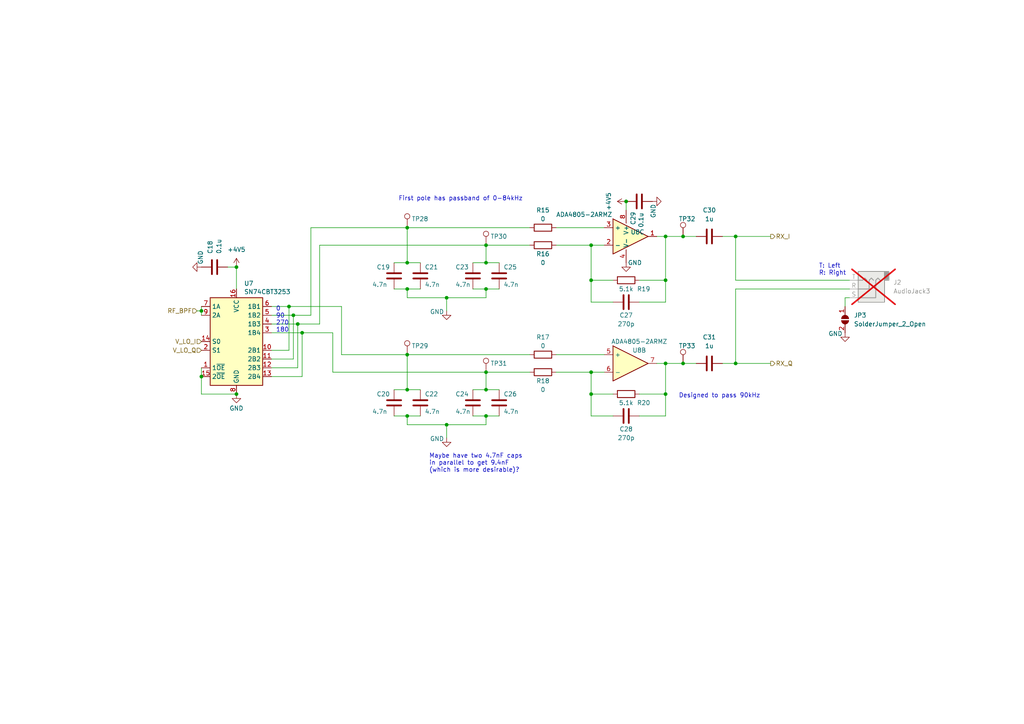
<source format=kicad_sch>
(kicad_sch (version 20230121) (generator eeschema)
  (paper "A4")
  (title_block (title "IQ Tayloe Detector & 84kHz IF filter") (date "2024-01-27") (rev "0.1") (company "Walla Walla University") (comment 1 "Author: Jaron Brown"))
  (lib_symbols
    (symbol "ADA4805-2ARMZ_Alias:ADA4805-2ARMZ"
      (property "Reference" "U" (at 0 5.08 0))
      (property "Value" "ADA4805-2ARMZ" (at 0 -5.08 0))
      (symbol "ADA4805-2ARMZ_1_1"
        (polyline (pts (xy -5.08 5.08) (xy 5.08 0) (xy -5.08 -5.08) (xy -5.08 5.08)) (stroke (width 0.254)) (fill (type background)))
        (pin output line (at 7.62 0 180) (length 2.54) (name "~") (number "1"))
        (pin input line (at -7.62 -2.54 0) (length 2.54) (name "-") (number "2"))
        (pin input line (at -7.62 2.54 0) (length 2.54) (name "+") (number "3"))
      )
      (symbol "ADA4805-2ARMZ_2_1"
        (polyline (pts (xy -5.08 5.08) (xy 5.08 0) (xy -5.08 -5.08) (xy -5.08 5.08)) (stroke (width 0.254)) (fill (type background)))
        (pin input line (at -7.62 2.54 0) (length 2.54) (name "+") (number "5"))
        (pin input line (at -7.62 -2.54 0) (length 2.54) (name "-") (number "6"))
        (pin output line (at 7.62 0 180) (length 2.54) (name "~") (number "7"))
      )
      (symbol "ADA4805-2ARMZ_3_1"
        (pin power_in line (at -2.54 -7.62 90) (length 3.81) (name "V-") (number "4"))
        (pin power_in line (at -2.54 7.62 270) (length 3.81) (name "V+") (number "8"))
      )
    )
    (symbol "Analog_Switch:SN74CBT3253"
      (property "Reference" "U" (at -7.62 13.97 0))
      (property "Value" "SN74CBT3253" (at -11.43 -13.97 0))
      (symbol "SN74CBT3253_0_1"
        (rectangle (start -7.62 12.7) (end 7.62 -12.7) (stroke (width 0.254)) (fill (type background)))
        (rectangle (start 7.62 -12.7) (end 7.62 -12.7))
      )
      (symbol "SN74CBT3253_1_1"
        (pin input line (at -10.16 -7.62 0) (length 2.54) (name "1~{OE}") (number "1"))
        (pin bidirectional line (at 10.16 -2.54 180) (length 2.54) (name "2B1") (number "10"))
        (pin bidirectional line (at 10.16 -5.08 180) (length 2.54) (name "2B2") (number "11"))
        (pin bidirectional line (at 10.16 -7.62 180) (length 2.54) (name "2B3") (number "12"))
        (pin bidirectional line (at 10.16 -10.16 180) (length 2.54) (name "2B4") (number "13"))
        (pin input line (at -10.16 0 0) (length 2.54) (name "S0") (number "14"))
        (pin input line (at -10.16 -10.16 0) (length 2.54) (name "2~{OE}") (number "15"))
        (pin power_in line (at 0 15.24 270) (length 2.54) (name "VCC") (number "16"))
        (pin input line (at -10.16 -2.54 0) (length 2.54) (name "S1") (number "2"))
        (pin bidirectional line (at 10.16 2.54 180) (length 2.54) (name "1B4") (number "3"))
        (pin bidirectional line (at 10.16 5.08 180) (length 2.54) (name "1B3") (number "4"))
        (pin bidirectional line (at 10.16 7.62 180) (length 2.54) (name "1B2") (number "5"))
        (pin bidirectional line (at 10.16 10.16 180) (length 2.54) (name "1B1") (number "6"))
        (pin bidirectional line (at -10.16 10.16 0) (length 2.54) (name "1A") (number "7"))
        (pin power_in line (at 0 -15.24 90) (length 2.54) (name "GND") (number "8"))
        (pin bidirectional line (at -10.16 7.62 0) (length 2.54) (name "2A") (number "9"))
      )
    )
    (symbol "Connector:TestPoint" (pin_numbers hide) (pin_names (offset 0.762) hide)
      (property "Reference" "TP" (at 0 6.858 0))
      (property "Value" "TestPoint" (at 0 5.08 0))
      (symbol "TestPoint_0_1"
        (circle (center 0 3.302) (radius 0.762))
      )
      (symbol "TestPoint_1_1"
        (pin passive line (at 0 0 90) (length 2.54) (name "1") (number "1"))
      )
    )
    (symbol "Connector_Audio:AudioJack3"
      (property "Reference" "J" (at 0 8.89 0))
      (property "Value" "AudioJack3" (at 0 6.35 0))
      (symbol "AudioJack3_0_1"
        (rectangle (start -5.08 -5.08) (end -6.35 -2.54) (stroke (width 0.254)) (fill (type outline)))
        (polyline (pts (xy 0 -2.54) (xy 0.635 -3.175) (xy 1.27 -2.54) (xy 2.54 -2.54)) (stroke (width 0.254)))
        (polyline (pts (xy -1.905 -2.54) (xy -1.27 -3.175) (xy -0.635 -2.54) (xy -0.635 0) (xy 2.54 0)) (stroke (width 0.254)))
        (polyline (pts (xy 2.54 2.54) (xy -2.54 2.54) (xy -2.54 -2.54) (xy -3.175 -3.175) (xy -3.81 -2.54)) (stroke (width 0.254)))
        (rectangle (start 2.54 3.81) (end -5.08 -5.08) (stroke (width 0.254)) (fill (type background)))
      )
      (symbol "AudioJack3_1_1"
        (pin passive line (at 5.08 0 180) (length 2.54) (name "~") (number "R"))
        (pin passive line (at 5.08 2.54 180) (length 2.54) (name "~") (number "S"))
        (pin passive line (at 5.08 -2.54 180) (length 2.54) (name "~") (number "T"))
      )
    )
    (symbol "Custom-Power:+4V5" (power) (pin_names (offset 0))
      (property "Value" "+4V5" (at 0 3.556 0))
      (symbol "+4V5_0_1"
        (polyline (pts (xy -0.762 1.27) (xy 0 2.54)))
        (polyline (pts (xy 0 0) (xy 0 2.54)))
        (polyline (pts (xy 0 2.54) (xy 0.762 1.27)))
      )
      (symbol "+4V5_1_1"
        (pin power_in line (at 0 0 90) (length 0) hide (name "+4V5") (number "1"))
      )
    )
    (symbol "Device:C" (pin_numbers hide) (pin_names (offset 0.254))
      (property "Reference" "C" (at 0.635 2.54 0))
      (property "Value" "C" (at 0.635 -2.54 0))
      (symbol "C_0_1"
        (polyline (pts (xy -2.032 -0.762) (xy 2.032 -0.762)) (stroke (width 0.508)))
        (polyline (pts (xy -2.032 0.762) (xy 2.032 0.762)) (stroke (width 0.508)))
      )
      (symbol "C_1_1"
        (pin passive line (at 0 3.81 270) (length 2.794) (name "~") (number "1"))
        (pin passive line (at 0 -3.81 90) (length 2.794) (name "~") (number "2"))
      )
    )
    (symbol "Device:R" (pin_numbers hide) (pin_names (offset 0))
      (property "Reference" "R" (at 2.032 0 90))
      (property "Value" "R" (at 0 0 90))
      (symbol "R_0_1"
        (rectangle (start -1.016 -2.54) (end 1.016 2.54) (stroke (width 0.254)))
      )
      (symbol "R_1_1"
        (pin passive line (at 0 3.81 270) (length 1.27) (name "~") (number "1"))
        (pin passive line (at 0 -3.81 90) (length 1.27) (name "~") (number "2"))
      )
    )
    (symbol "Jumper:SolderJumper_2_Open" (pin_names (offset 0) hide)
      (property "Reference" "JP" (at 0 2.032 0))
      (property "Value" "SolderJumper_2_Open" (at 0 -2.54 0))
      (symbol "SolderJumper_2_Open_0_1"
        (arc (start -0.254 1.016) (mid -1.2656 0) (end -0.254 -1.016))
        (arc (start -0.254 1.016) (mid -1.2656 0) (end -0.254 -1.016) (fill (type outline)))
        (polyline (pts (xy -0.254 1.016) (xy -0.254 -1.016)))
        (polyline (pts (xy 0.254 1.016) (xy 0.254 -1.016)))
        (arc (start 0.254 -1.016) (mid 1.2656 0) (end 0.254 1.016))
        (arc (start 0.254 -1.016) (mid 1.2656 0) (end 0.254 1.016) (fill (type outline)))
      )
      (symbol "SolderJumper_2_Open_1_1"
        (pin passive line (at -3.81 0 0) (length 2.54) (name "A") (number "1"))
        (pin passive line (at 3.81 0 180) (length 2.54) (name "B") (number "2"))
      )
    )
    (symbol "power:GND" (power) (pin_names (offset 0))
      (property "Value" "GND" (at 0 -3.81 0))
      (symbol "GND_0_1"
        (polyline (pts (xy 0 0) (xy 0 -1.27) (xy 1.27 -1.27) (xy 0 -2.54) (xy -1.27 -1.27) (xy 0 -1.27)))
      )
      (symbol "GND_1_1"
        (pin power_in line (at 0 0 270) (length 0) hide (name "GND") (number "1"))
      )
    )
  )
  (junction (at 140.97 71.12))
  (junction (at 68.58 114.3))
  (junction (at 86.36 93.98))
  (junction (at 118.11 102.87))
  (junction (at 140.97 76.2))
  (junction (at 118.11 66.04))
  (junction (at 193.04 81.28))
  (junction (at 198.12 68.58))
  (junction (at 83.82 88.9))
  (junction (at 129.54 123.19))
  (junction (at 118.11 76.2))
  (junction (at 171.45 114.3))
  (junction (at 198.12 105.41))
  (junction (at 193.04 114.3))
  (junction (at 213.36 68.58))
  (junction (at 58.42 90.17))
  (junction (at 68.58 77.47))
  (junction (at 118.11 83.82))
  (junction (at 140.97 107.95))
  (junction (at 171.45 71.12))
  (junction (at 171.45 81.28))
  (junction (at 213.36 105.41))
  (junction (at 193.04 105.41))
  (junction (at 181.61 58.42))
  (junction (at 85.09 91.44))
  (junction (at 140.97 113.03))
  (junction (at 193.04 68.58))
  (junction (at 140.97 83.82))
  (junction (at 171.45 107.95))
  (junction (at 58.42 109.22))
  (junction (at 87.63 96.52))
  (junction (at 140.97 120.65))
  (junction (at 129.54 86.36))
  (junction (at 118.11 120.65))
  (junction (at 118.11 113.03))
  (wire (pts (xy 181.61 58.42) (xy 181.61 60.96)))
  (wire (pts (xy 118.11 120.65) (xy 118.11 123.19)))
  (wire (pts (xy 140.97 107.95) (xy 153.67 107.95)))
  (wire (pts (xy 161.29 107.95) (xy 171.45 107.95)))
  (wire (pts (xy 118.11 66.04) (xy 153.67 66.04)))
  (wire (pts (xy 193.04 68.58) (xy 198.12 68.58)))
  (wire (pts (xy 137.16 113.03) (xy 140.97 113.03)))
  (wire (pts (xy 83.82 88.9) (xy 99.06 88.9)))
  (wire (pts (xy 193.04 68.58) (xy 193.04 81.28)))
  (wire (pts (xy 78.74 101.6) (xy 83.82 101.6)))
  (wire (pts (xy 68.58 77.47) (xy 68.58 83.82)))
  (wire (pts (xy 78.74 91.44) (xy 85.09 91.44)))
  (wire (pts (xy 140.97 71.12) (xy 140.97 76.2)))
  (wire (pts (xy 99.06 88.9) (xy 99.06 102.87)))
  (wire (pts (xy 114.3 76.2) (xy 118.11 76.2)))
  (wire (pts (xy 171.45 114.3) (xy 177.8 114.3)))
  (wire (pts (xy 78.74 88.9) (xy 83.82 88.9)))
  (wire (pts (xy 78.74 104.14) (xy 85.09 104.14)))
  (wire (pts (xy 171.45 120.65) (xy 177.8 120.65)))
  (wire (pts (xy 114.3 120.65) (xy 118.11 120.65)))
  (wire (pts (xy 161.29 66.04) (xy 175.26 66.04)))
  (wire (pts (xy 96.52 107.95) (xy 140.97 107.95)))
  (wire (pts (xy 185.42 81.28) (xy 193.04 81.28)))
  (wire (pts (xy 245.11 88.9) (xy 245.11 86.36)))
  (wire (pts (xy 185.42 120.65) (xy 193.04 120.65)))
  (wire (pts (xy 185.42 114.3) (xy 193.04 114.3)))
  (wire (pts (xy 66.04 77.47) (xy 68.58 77.47)))
  (wire (pts (xy 86.36 93.98) (xy 86.36 106.68)))
  (wire (pts (xy 87.63 96.52) (xy 87.63 109.22)))
  (wire (pts (xy 171.45 107.95) (xy 171.45 114.3)))
  (wire (pts (xy 193.04 114.3) (xy 193.04 120.65)))
  (wire (pts (xy 175.26 71.12) (xy 171.45 71.12)))
  (wire (pts (xy 118.11 76.2) (xy 121.92 76.2)))
  (wire (pts (xy 190.5 68.58) (xy 193.04 68.58)))
  (wire (pts (xy 213.36 83.82) (xy 213.36 105.41)))
  (wire (pts (xy 137.16 76.2) (xy 140.97 76.2)))
  (wire (pts (xy 161.29 71.12) (xy 171.45 71.12)))
  (wire (pts (xy 58.42 109.22) (xy 58.42 114.3)))
  (wire (pts (xy 140.97 86.36) (xy 140.97 83.82)))
  (wire (pts (xy 193.04 105.41) (xy 198.12 105.41)))
  (wire (pts (xy 92.71 71.12) (xy 140.97 71.12)))
  (wire (pts (xy 114.3 113.03) (xy 118.11 113.03)))
  (wire (pts (xy 198.12 105.41) (xy 201.93 105.41)))
  (wire (pts (xy 57.15 90.17) (xy 58.42 90.17)))
  (wire (pts (xy 185.42 87.63) (xy 193.04 87.63)))
  (wire (pts (xy 86.36 93.98) (xy 92.71 93.98)))
  (wire (pts (xy 213.36 68.58) (xy 223.52 68.58)))
  (wire (pts (xy 140.97 123.19) (xy 140.97 120.65)))
  (wire (pts (xy 137.16 83.82) (xy 140.97 83.82)))
  (wire (pts (xy 99.06 102.87) (xy 118.11 102.87)))
  (wire (pts (xy 58.42 90.17) (xy 58.42 91.44)))
  (wire (pts (xy 213.36 81.28) (xy 246.38 81.28)))
  (wire (pts (xy 78.74 96.52) (xy 87.63 96.52)))
  (wire (pts (xy 58.42 114.3) (xy 68.58 114.3)))
  (wire (pts (xy 87.63 96.52) (xy 96.52 96.52)))
  (wire (pts (xy 129.54 123.19) (xy 129.54 127)))
  (wire (pts (xy 118.11 120.65) (xy 121.92 120.65)))
  (wire (pts (xy 245.11 86.36) (xy 246.38 86.36)))
  (wire (pts (xy 171.45 81.28) (xy 177.8 81.28)))
  (wire (pts (xy 129.54 123.19) (xy 140.97 123.19)))
  (wire (pts (xy 193.04 81.28) (xy 193.04 87.63)))
  (wire (pts (xy 140.97 71.12) (xy 153.67 71.12)))
  (wire (pts (xy 85.09 91.44) (xy 85.09 104.14)))
  (wire (pts (xy 58.42 106.68) (xy 58.42 109.22)))
  (wire (pts (xy 78.74 93.98) (xy 86.36 93.98)))
  (wire (pts (xy 213.36 105.41) (xy 223.52 105.41)))
  (wire (pts (xy 58.42 88.9) (xy 58.42 90.17)))
  (wire (pts (xy 118.11 86.36) (xy 129.54 86.36)))
  (wire (pts (xy 83.82 88.9) (xy 83.82 101.6)))
  (wire (pts (xy 118.11 66.04) (xy 118.11 76.2)))
  (wire (pts (xy 171.45 114.3) (xy 171.45 120.65)))
  (wire (pts (xy 190.5 105.41) (xy 193.04 105.41)))
  (wire (pts (xy 118.11 102.87) (xy 118.11 113.03)))
  (wire (pts (xy 129.54 86.36) (xy 140.97 86.36)))
  (wire (pts (xy 209.55 105.41) (xy 213.36 105.41)))
  (wire (pts (xy 171.45 81.28) (xy 171.45 87.63)))
  (wire (pts (xy 96.52 96.52) (xy 96.52 107.95)))
  (wire (pts (xy 118.11 102.87) (xy 153.67 102.87)))
  (wire (pts (xy 92.71 71.12) (xy 92.71 93.98)))
  (wire (pts (xy 193.04 105.41) (xy 193.04 114.3)))
  (wire (pts (xy 137.16 120.65) (xy 140.97 120.65)))
  (wire (pts (xy 201.93 68.58) (xy 198.12 68.58)))
  (wire (pts (xy 118.11 83.82) (xy 121.92 83.82)))
  (wire (pts (xy 171.45 107.95) (xy 175.26 107.95)))
  (wire (pts (xy 171.45 71.12) (xy 171.45 81.28)))
  (wire (pts (xy 213.36 68.58) (xy 213.36 81.28)))
  (wire (pts (xy 246.38 83.82) (xy 213.36 83.82)))
  (wire (pts (xy 140.97 76.2) (xy 144.78 76.2)))
  (wire (pts (xy 78.74 106.68) (xy 86.36 106.68)))
  (wire (pts (xy 140.97 113.03) (xy 144.78 113.03)))
  (wire (pts (xy 85.09 91.44) (xy 90.17 91.44)))
  (wire (pts (xy 78.74 109.22) (xy 87.63 109.22)))
  (wire (pts (xy 171.45 87.63) (xy 177.8 87.63)))
  (wire (pts (xy 129.54 86.36) (xy 129.54 90.17)))
  (wire (pts (xy 90.17 66.04) (xy 118.11 66.04)))
  (wire (pts (xy 90.17 91.44) (xy 90.17 66.04)))
  (wire (pts (xy 140.97 83.82) (xy 144.78 83.82)))
  (wire (pts (xy 114.3 83.82) (xy 118.11 83.82)))
  (wire (pts (xy 118.11 113.03) (xy 121.92 113.03)))
  (wire (pts (xy 118.11 83.82) (xy 118.11 86.36)))
  (wire (pts (xy 118.11 123.19) (xy 129.54 123.19)))
  (wire (pts (xy 140.97 107.95) (xy 140.97 113.03)))
  (wire (pts (xy 161.29 102.87) (xy 175.26 102.87)))
  (wire (pts (xy 209.55 68.58) (xy 213.36 68.58)))
  (wire (pts (xy 140.97 120.65) (xy 144.78 120.65)))
  (text "First pole has passband of 0-84kHz" (at 115.57 58.42 0) (effects (font (size 1.27 1.27)) (justify left bottom)))
  (text "Maybe have two 4.7nF caps\nin parallel to get 9.4nF\n(which is more desirable)?" (at 124.46 137.16 0) (effects (font (size 1.27 1.27)) (justify left bottom)))
  (text "Designed to pass 90kHz\n" (at 196.85 115.57 0) (effects (font (size 1.27 1.27)) (justify left bottom)))
  (text "T: Left\nR: Right" (at 237.49 80.01 0) (effects (font (size 1.27 1.27)) (justify left bottom)))
  (text "0\n90\n270\n180" (at 80.01 96.52 0) (effects (font (size 1.27 1.27)) (justify left bottom)))
  (hierarchical_label "RF_BPF" (shape input) (at 57.15 90.17 180))
  (hierarchical_label "RX_Q" (shape output) (at 223.52 105.41 0))
  (hierarchical_label "RX_I" (shape output) (at 223.52 68.58 0))
  (hierarchical_label "V_LO_I" (shape input) (at 58.42 99.06 180))
  (hierarchical_label "V_LO_Q" (shape input) (at 58.42 101.6 180))
  (symbol (lib_id "power:GND") (at 68.58 114.3 0) (unit 1)
    (property "Reference" "#PWR037" (effects hide))
    (property "Value" "GND" (at 68.58 118.4331 0))
  )
  (symbol (lib_id "power:GND") (at 181.61 76.2 0) (unit 1)
    (property "Reference" "#PWR041" (effects hide))
    (property "Value" "GND" (at 184.15 76.2 0))
  )
  (symbol (lib_id "Connector:TestPoint") (at 198.12 105.41 0) (unit 1)
    (property "Reference" "TP33" (at 196.85 100.33 0) (effects (justify left)))
    (property "Value" "TestPoint" (effects hide))
    (property "Footprint" "TestPoint:TestPoint_THTPad_D1.0mm_Drill0.5mm" (effects hide))
  )
  (symbol (lib_id "Device:C") (at 181.61 120.65 90) (unit 1)
    (property "Reference" "C28" (at 181.61 124.46 90))
    (property "Value" "270p" (at 181.61 127 90))
    (property "Footprint" "Capacitor_SMD:C_0402_1005Metric" (effects hide))
    (property "Comment" "2%, IQ Filter, Extended" (effects hide))
    (property "LCSC" "C881990" (effects hide))
  )
  (symbol (lib_id "power:GND") (at 129.54 127 0) (unit 1)
    (property "Reference" "#PWR039" (effects hide))
    (property "Value" "GND" (at 126.746 127.254 0))
  )
  (symbol (lib_id "Device:R") (at 157.48 71.12 90) (unit 1)
    (property "Reference" "R16" (at 157.48 73.66 90))
    (property "Value" "0" (at 157.48 76.2 90))
    (property "Footprint" "Resistor_SMD:R_0805_2012Metric" (effects hide))
    (property "LCSC" "C17477" (effects hide))
  )
  (symbol (lib_id "Device:C") (at 205.74 68.58 90) (unit 1)
    (property "Reference" "C30" (at 205.74 60.96 90))
    (property "Value" "1u" (at 205.74 63.5 90))
    (property "Footprint" "Capacitor_SMD:C_0805_2012Metric" (effects hide))
    (property "Comment" "10%, IQ Coupling" (effects hide))
    (property "LCSC" "C28323" (effects hide))
  )
  (symbol (lib_id "power:GND") (at 58.42 77.47 270) (unit 1)
    (property "Reference" "#PWR035" (effects hide))
    (property "Value" "GND" (at 58.166 74.676 0))
  )
  (symbol (lib_id "Connector_Audio:AudioJack3") (at 251.46 83.82 180) (unit 1) (dnp yes)
    (property "Reference" "J2" (at 259.08 81.915 0) (effects (justify right)))
    (property "Value" "AudioJack3" (at 259.08 84.455 0) (effects (justify right)))
    (property "Footprint" "Connector_Audio:Jack_3.5mm_CUI_SJ1-3523N_Horizontal" (effects hide))
    (property "Comment" "Already have" (effects hide))
  )
  (symbol (lib_id "Device:R") (at 157.48 107.95 90) (unit 1)
    (property "Reference" "R18" (at 157.48 110.49 90))
    (property "Value" "0" (at 157.48 113.03 90))
    (property "Footprint" "Resistor_SMD:R_0805_2012Metric" (effects hide))
    (property "LCSC" "C17477" (effects hide))
  )
  (symbol (lib_id "Device:C") (at 114.3 80.01 0) (unit 1)
    (property "Reference" "C19" (at 109.22 77.47 0) (effects (justify left)))
    (property "Value" "4.7n" (at 107.95 82.55 0) (effects (justify left)))
    (property "Footprint" "Capacitor_SMD:C_0603_1608Metric" (effects hide))
    (property "Comment" "1%, IQ Sampling, Extended" (effects hide))
    (property "LCSC" "C883564" (effects hide))
  )
  (symbol (lib_id "Device:R") (at 157.48 66.04 90) (unit 1)
    (property "Reference" "R15" (at 157.48 60.96 90))
    (property "Value" "0" (at 157.48 63.5 90))
    (property "Footprint" "Resistor_SMD:R_0805_2012Metric" (effects hide))
    (property "LCSC" "C17477" (effects hide))
  )
  (symbol (lib_id "Device:C") (at 185.42 58.42 90) (unit 1)
    (property "Reference" "C29" (at 183.642 65.278 0) (effects (justify left)))
    (property "Value" "0.1u" (at 185.928 66.04 0) (effects (justify left)))
    (property "Footprint" "Capacitor_SMD:C_0805_2012Metric" (effects hide))
    (property "Comment" "10%" (effects hide))
    (property "LCSC" "C49678" (effects hide))
  )
  (symbol (lib_id "Connector:TestPoint") (at 118.11 102.87 0) (unit 1)
    (property "Reference" "TP29" (at 119.38 100.33 0) (effects (justify left)))
    (property "Value" "TestPoint" (effects hide))
    (property "Footprint" "TestPoint:TestPoint_THTPad_D1.0mm_Drill0.5mm" (effects hide))
  )
  (symbol (lib_id "Device:C") (at 144.78 80.01 0) (unit 1)
    (property "Reference" "C25" (at 146.05 77.47 0) (effects (justify left)))
    (property "Value" "4.7n" (at 146.05 82.55 0) (effects (justify left)))
    (property "Footprint" "Capacitor_SMD:C_0603_1608Metric" (effects hide))
    (property "Comment" "1%, IQ Sampling, Extended" (effects hide))
    (property "LCSC" "C883564" (effects hide))
  )
  (symbol (lib_id "Jumper:SolderJumper_2_Open") (at 245.11 92.71 270) (unit 1)
    (property "Reference" "JP3" (at 247.65 91.44 90) (effects (justify left)))
    (property "Value" "SolderJumper_2_Open" (at 247.65 93.98 90) (effects (justify left)))
    (property "Footprint" "Jumper:SolderJumper-2_P1.3mm_Open_RoundedPad1.0x1.5mm" (effects hide))
  )
  (symbol (lib_id "Device:C") (at 121.92 80.01 0) (unit 1)
    (property "Reference" "C21" (at 123.19 77.47 0) (effects (justify left)))
    (property "Value" "4.7n" (at 123.19 82.55 0) (effects (justify left)))
    (property "Footprint" "Capacitor_SMD:C_0603_1608Metric" (effects hide))
    (property "Comment" "1%, IQ Sampling, Extended" (effects hide))
    (property "LCSC" "C883564" (effects hide))
  )
  (symbol (lib_id "power:GND") (at 189.23 58.42 90) (unit 1)
    (property "Reference" "#PWR042" (effects hide))
    (property "Value" "GND" (at 189.484 61.214 0))
  )
  (symbol (lib_id "Device:C") (at 121.92 116.84 0) (unit 1)
    (property "Reference" "C22" (at 123.19 114.3 0) (effects (justify left)))
    (property "Value" "4.7n" (at 123.19 119.38 0) (effects (justify left)))
    (property "Footprint" "Capacitor_SMD:C_0603_1608Metric" (effects hide))
    (property "Comment" "1%, IQ Sampling, Extended" (effects hide))
    (property "LCSC" "C883564" (effects hide))
  )
  (symbol (lib_id "Device:C") (at 181.61 87.63 90) (unit 1)
    (property "Reference" "C27" (at 181.61 91.44 90))
    (property "Value" "270p" (at 181.61 93.98 90))
    (property "Footprint" "Capacitor_SMD:C_0402_1005Metric" (effects hide))
    (property "Comment" "2%, IQ Filter, Extended" (effects hide))
    (property "LCSC" "C881990" (effects hide))
  )
  (symbol (lib_id "ADA4805-2ARMZ_Alias:ADA4805-2ARMZ") (at 182.88 68.58 0) (unit 1)
    (property "Reference" "U8" (effects hide))
    (property "Value" "ADA4805-2ARMZ" (effects hide))
    (property "Footprint" "Package_SO:MSOP-8_3x3mm_P0.65mm" (effects hide))
    (property "Datasheet" "https://www.mouser.com/datasheet/2/609/ADA4805_1_4805_2-3119876.pdf" (effects hide))
    (property "Sim.Library" "${KICAD7_SYMBOL_DIR}/Simulation_SPICE.sp" (effects hide))
    (property "Sim.Name" "kicad_builtin_opamp_dual" (effects hide))
    (property "Sim.Device" "SUBCKT" (effects hide))
    (property "Sim.Pins" "1=out1 2=in1- 3=in1+ 4=vee 5=in2+ 6=in2- 7=out2 8=vcc" (effects hide))
    (property "LCSC" "C208293" (effects hide))
  )
  (symbol (lib_id "Device:C") (at 137.16 80.01 0) (unit 1)
    (property "Reference" "C23" (at 132.08 77.47 0) (effects (justify left)))
    (property "Value" "4.7n" (at 132.08 82.55 0) (effects (justify left)))
    (property "Footprint" "Capacitor_SMD:C_0603_1608Metric" (effects hide))
    (property "Comment" "1%, IQ Sampling, Extended" (effects hide))
    (property "LCSC" "C883564" (effects hide))
  )
  (symbol (lib_id "ADA4805-2ARMZ_Alias:ADA4805-2ARMZ") (at 182.88 105.41 0) (unit 2)
    (property "Reference" "U8" (at 185.42 101.6 0))
    (property "Value" "ADA4805-2ARMZ" (at 185.42 99.06 0))
    (property "Footprint" "Package_SO:MSOP-8_3x3mm_P0.65mm" (effects hide))
    (property "Datasheet" "https://www.mouser.com/datasheet/2/609/ADA4805_1_4805_2-3119876.pdf" (effects hide))
    (property "Sim.Library" "${KICAD7_SYMBOL_DIR}/Simulation_SPICE.sp" (effects hide))
    (property "Sim.Name" "kicad_builtin_opamp_dual" (effects hide))
    (property "Sim.Device" "SUBCKT" (effects hide))
    (property "Sim.Pins" "1=out1 2=in1- 3=in1+ 4=vee 5=in2+ 6=in2- 7=out2 8=vcc" (effects hide))
    (property "LCSC" "C208293" (effects hide))
  )
  (symbol (lib_id "Analog_Switch:SN74CBT3253") (at 68.58 99.06 0) (unit 1)
    (property "Reference" "U7" (at 70.7741 82.2157 0) (effects (justify left)))
    (property "Value" "SN74CBT3253" (at 70.7741 84.6399 0) (effects (justify left)))
    (property "Footprint" "SN74CBT3253CPWR:SOP65P640X120-16N" (effects hide))
    (property "Datasheet" "http://www.ti.com/lit/gpn/sn74cbt3253" (effects hide))
    (property "LCSC" "C2674672" (effects hide))
  )
  (symbol (lib_id "Device:C") (at 137.16 116.84 0) (unit 1)
    (property "Reference" "C24" (at 132.08 114.3 0) (effects (justify left)))
    (property "Value" "4.7n" (at 132.08 119.38 0) (effects (justify left)))
    (property "Footprint" "Capacitor_SMD:C_0603_1608Metric" (effects hide))
    (property "Comment" "1%, IQ Sampling, Extended" (effects hide))
    (property "LCSC" "C883564" (effects hide))
  )
  (symbol (lib_id "Device:R") (at 157.48 102.87 90) (unit 1)
    (property "Reference" "R17" (at 157.48 97.79 90))
    (property "Value" "0" (at 157.48 100.33 90))
    (property "Footprint" "Resistor_SMD:R_0805_2012Metric" (effects hide))
    (property "LCSC" "C17477" (effects hide))
  )
  (symbol (lib_id "Device:C") (at 114.3 116.84 0) (unit 1)
    (property "Reference" "C20" (at 109.22 114.3 0) (effects (justify left)))
    (property "Value" "4.7n" (at 107.95 119.38 0) (effects (justify left)))
    (property "Footprint" "Capacitor_SMD:C_0603_1608Metric" (effects hide))
    (property "Comment" "1%, IQ Sampling, Extended" (effects hide))
    (property "LCSC" "C883564" (effects hide))
  )
  (symbol (lib_id "power:GND") (at 245.11 96.52 0) (unit 1)
    (property "Reference" "#PWR043" (effects hide))
    (property "Value" "GND" (at 242.316 96.774 0))
  )
  (symbol (lib_id "Connector:TestPoint") (at 118.11 66.04 0) (unit 1)
    (property "Reference" "TP28" (at 119.38 63.5 0) (effects (justify left)))
    (property "Value" "TestPoint" (effects hide))
    (property "Footprint" "TestPoint:TestPoint_THTPad_D1.0mm_Drill0.5mm" (effects hide))
  )
  (symbol (lib_id "Device:R") (at 181.61 81.28 90) (unit 1)
    (property "Reference" "R19" (at 186.69 83.82 90))
    (property "Value" "5.1k" (at 181.61 83.82 90))
    (property "Footprint" "Resistor_SMD:R_0805_2012Metric" (effects hide))
    (property "LCSC" "C27834" (effects hide))
  )
  (symbol (lib_id "Device:C") (at 62.23 77.47 90) (unit 1)
    (property "Reference" "C18" (at 60.96 73.66 0) (effects (justify left)))
    (property "Value" "0.1u" (at 63.5 73.66 0) (effects (justify left)))
    (property "Footprint" "Capacitor_SMD:C_0805_2012Metric" (effects hide))
    (property "Comment" "10%" (effects hide))
    (property "LCSC" "C49678" (effects hide))
  )
  (symbol (lib_id "Device:R") (at 181.61 114.3 90) (unit 1)
    (property "Reference" "R20" (at 186.69 116.84 90))
    (property "Value" "5.1k" (at 181.61 116.84 90))
    (property "Footprint" "Resistor_SMD:R_0805_2012Metric" (effects hide))
    (property "LCSC" "C27834" (effects hide))
  )
  (symbol (lib_id "Connector:TestPoint") (at 198.12 68.58 0) (unit 1)
    (property "Reference" "TP32" (at 196.85 63.5 0) (effects (justify left)))
    (property "Value" "TestPoint" (effects hide))
    (property "Footprint" "TestPoint:TestPoint_THTPad_D1.0mm_Drill0.5mm" (effects hide))
  )
  (symbol (lib_id "Device:C") (at 205.74 105.41 90) (unit 1)
    (property "Reference" "C31" (at 205.74 97.79 90))
    (property "Value" "1u" (at 205.74 100.33 90))
    (property "Footprint" "Capacitor_SMD:C_0805_2012Metric" (effects hide))
    (property "Comment" "10%, IQ Coupling" (effects hide))
    (property "LCSC" "C28323" (effects hide))
  )
  (symbol (lib_id "ADA4805-2ARMZ_Alias:ADA4805-2ARMZ") (at 184.15 68.58 0) (unit 3)
    (property "Reference" "U8" (at 182.88 67.31 0) (effects (justify left)))
    (property "Value" "ADA4805-2ARMZ" (at 161.29 62.23 0) (effects (justify left)))
    (property "Footprint" "Package_SO:MSOP-8_3x3mm_P0.65mm" (effects hide))
    (property "Datasheet" "https://www.mouser.com/datasheet/2/609/ADA4805_1_4805_2-3119876.pdf" (effects hide))
    (property "Sim.Library" "${KICAD7_SYMBOL_DIR}/Simulation_SPICE.sp" (effects hide))
    (property "Sim.Name" "kicad_builtin_opamp_dual" (effects hide))
    (property "Sim.Device" "SUBCKT" (effects hide))
    (property "Sim.Pins" "1=out1 2=in1- 3=in1+ 4=vee 5=in2+ 6=in2- 7=out2 8=vcc" (effects hide))
    (property "LCSC" "C208293" (effects hide))
  )
  (symbol (lib_id "Custom-Power:+4V5") (at 68.58 77.47 0) (unit 1)
    (property "Reference" "#PWR036" (effects hide))
    (property "Value" "+4V5" (at 68.58 72.39 0))
  )
  (symbol (lib_id "Connector:TestPoint") (at 140.97 107.95 0) (unit 1)
    (property "Reference" "TP31" (at 142.24 105.41 0) (effects (justify left)))
    (property "Value" "TestPoint" (effects hide))
    (property "Footprint" "TestPoint:TestPoint_THTPad_D1.0mm_Drill0.5mm" (effects hide))
  )
  (symbol (lib_id "Custom-Power:+4V5") (at 181.61 58.42 90) (unit 1)
    (property "Reference" "#PWR040" (effects hide))
    (property "Value" "+4V5" (at 176.53 58.42 0))
  )
  (symbol (lib_id "Connector:TestPoint") (at 140.97 71.12 0) (unit 1)
    (property "Reference" "TP30" (at 142.24 68.58 0) (effects (justify left)))
    (property "Value" "TestPoint" (effects hide))
    (property "Footprint" "TestPoint:TestPoint_THTPad_D1.0mm_Drill0.5mm" (effects hide))
  )
  (symbol (lib_id "power:GND") (at 129.54 90.17 0) (unit 1)
    (property "Reference" "#PWR038" (effects hide))
    (property "Value" "GND" (at 126.746 90.424 0))
  )
  (symbol (lib_id "Device:C") (at 144.78 116.84 0) (unit 1)
    (property "Reference" "C26" (at 146.05 114.3 0) (effects (justify left)))
    (property "Value" "4.7n" (at 146.05 119.38 0) (effects (justify left)))
    (property "Footprint" "Capacitor_SMD:C_0603_1608Metric" (effects hide))
    (property "Comment" "1%, IQ Sampling, Extended" (effects hide))
    (property "LCSC" "C883564" (effects hide))
  )
)
</source>
